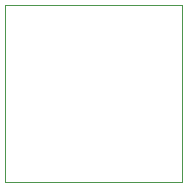
<source format=gm1>
G04 #@! TF.GenerationSoftware,KiCad,Pcbnew,7.0.9*
G04 #@! TF.CreationDate,2023-11-12T22:26:40-08:00*
G04 #@! TF.ProjectId,TimeRecordingButton,54696d65-5265-4636-9f72-64696e674275,rev?*
G04 #@! TF.SameCoordinates,Original*
G04 #@! TF.FileFunction,Profile,NP*
%FSLAX46Y46*%
G04 Gerber Fmt 4.6, Leading zero omitted, Abs format (unit mm)*
G04 Created by KiCad (PCBNEW 7.0.9) date 2023-11-12 22:26:40*
%MOMM*%
%LPD*%
G01*
G04 APERTURE LIST*
G04 #@! TA.AperFunction,Profile*
%ADD10C,0.100000*%
G04 #@! TD*
G04 APERTURE END LIST*
D10*
X99668121Y-102018626D02*
X114668121Y-102018626D01*
X114668121Y-117018626D01*
X99668121Y-117018626D01*
X99668121Y-102018626D01*
M02*

</source>
